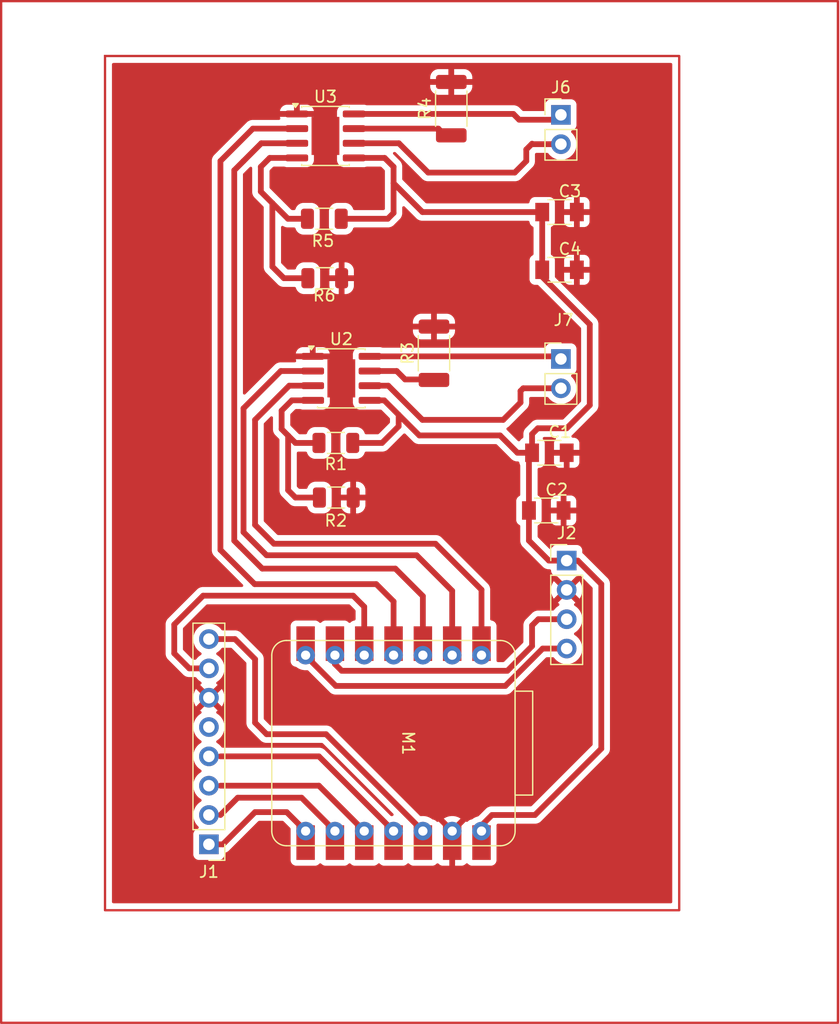
<source format=kicad_pcb>
(kicad_pcb (version 20241229) (generator "pcbnew") (generator_version "9.0")
  (layers (0 "F.Cu" signal) (2 "B.Cu" signal) (13 "F.Paste" user) (15 "B.Paste" user) (5 "F.SilkS" user "F.Silkscreen") (7 "B.SilkS" user "B.Silkscreen") (1 "F.Mask" user) (3 "B.Mask" user) (25 "Edge.Cuts" user))
  (net 0 "")
  (net 1 "PWR_5V")
  (net 2 "GNDD")
  (net 3 "M_A_In1")
  (net 4 "SDA")
  (net 5 "M_B_In1")
  (net 6 "MISO")
  (net 7 "RST")
  (net 8 "PWR_3V3")
  (net 9 "MOSI")
  (net 10 "Net-(U2-VREF)")
  (net 11 "Net-(U2-LSS)")
  (net 12 "Net-(U3-LSS)")
  (net 13 "Net-(U3-VREF)")
  (net 14 "M_A_Out1")
  (net 15 "M_B_Out1")
  (net 16 "SCK")
  (net 17 "IRQ")
  (net 18 "SCL")
  (net 19 "LCD_SDA")
  (net 20 "M_A_In2")
  (net 21 "M_A_Out2")
  (net 22 "M_B_Out2")
  (net 23 "M_B_In2")
  (footprint "Connector_PinHeader_2.54mm:PinHeader_1x04_P2.54mm_Vertical" (layer "F.Cu") (at 154 79.46)
    (property "Reference" "J2" (at 0 -2.38 0) (layer "F.SilkS"))
    (property "Value" "LCD")
    (fp_line (start -1.38 -1.38) (end 0 -1.38) (stroke (width 0.12)) (layer "F.SilkS"))
    (fp_line (start -1.38 0) (end -1.38 -1.38) (stroke (width 0.12)) (layer "F.SilkS"))
    (fp_line (start -1.38 1.27) (end -1.38 9) (stroke (width 0.12)) (layer "F.SilkS"))
    (fp_line (start -1.38 1.27) (end 1.38 1.27) (stroke (width 0.12)) (layer "F.SilkS"))
    (fp_line (start -1.38 9) (end 1.38 9) (stroke (width 0.12)) (layer "F.SilkS"))
    (fp_line (start 1.38 1.27) (end 1.38 9) (stroke (width 0.12)) (layer "F.SilkS"))
    (pad "1" thru_hole rect (at 0 0) (size 1.7 1.7) (drill 1) (layers "*.Cu" "*.Mask") (net 1 "PWR_5V"))
    (pad "2" thru_hole circle (at 0 2.54) (size 1.7 1.7) (drill 1) (layers "*.Cu" "*.Mask") (net 2 "GNDD"))
    (pad "3" thru_hole circle (at 0 5.08) (size 1.7 1.7) (drill 1) (layers "*.Cu" "*.Mask") (net 19 "LCD_SDA"))
    (pad "4" thru_hole circle (at 0 7.62) (size 1.7 1.7) (drill 1) (layers "*.Cu" "*.Mask") (net 18 "SCL"))
  )
  (footprint "Resistor_SMD:R_1206_3216Metric" (layer "F.Cu") (at 133.0375 55)
    (property "Reference" "R6" (at -0.0375 1.5 0) (layer "F.SilkS"))
    (property "Value" "10K")
    (fp_line (start -0.727064 -0.91) (end 0.727064 -0.91) (stroke (width 0.12)) (layer "F.SilkS"))
    (fp_line (start -0.727064 0.91) (end 0.727064 0.91) (stroke (width 0.12)) (layer "F.SilkS"))
    (pad "1" smd roundrect (at -1.4625 0) (size 1.125 1.75) (layers "F.Cu" "F.Mask" "F.Paste") (roundrect_rratio 0.222222) (net 13 "Net-(U3-VREF)"))
    (pad "2" smd roundrect (at 1.4625 0) (size 1.125 1.75) (layers "F.Cu" "F.Mask" "F.Paste") (roundrect_rratio 0.222222) (net 2 "GNDD"))
  )
  (footprint "PCM_fab:C_1206" (layer "F.Cu") (at 153.38 49.27)
    (property "Reference" "C3" (at 0.9 -1.8 0) (layer "F.SilkS"))
    (property "Value" "10u")
    (fp_line (start -1 -1.07) (end 1 -1.07) (stroke (width 0.12)) (layer "F.SilkS"))
    (fp_line (start 1 1.07) (end -1 1.07) (stroke (width 0.12)) (layer "F.SilkS"))
    (pad "1" smd rect (at -1.5 0) (size 1.2 1.6) (layers "F.Cu" "F.Mask" "F.Paste") (net 1 "PWR_5V"))
    (pad "2" smd rect (at 1.5 0) (size 1.2 1.6) (layers "F.Cu" "F.Mask" "F.Paste") (net 2 "GNDD"))
  )
  (footprint "Resistor_SMD:R_1206_3216Metric" (layer "F.Cu") (at 133 49.85 180)
    (property "Reference" "R5" (at 0.12 -1.92 0) (layer "F.SilkS"))
    (property "Value" "100K")
    (fp_line (start -0.727064 0.91) (end 0.727064 0.91) (stroke (width 0.12)) (layer "F.SilkS"))
    (fp_line (start -0.727064 -0.91) (end 0.727064 -0.91) (stroke (width 0.12)) (layer "F.SilkS"))
    (pad "1" smd roundrect (at -1.4625 0 180) (size 1.125 1.75) (layers "F.Cu" "F.Mask" "F.Paste") (roundrect_rratio 0.222222) (net 1 "PWR_5V"))
    (pad "2" smd roundrect (at 1.4625 0 180) (size 1.125 1.75) (layers "F.Cu" "F.Mask" "F.Paste") (roundrect_rratio 0.222222) (net 13 "Net-(U3-VREF)"))
  )
  (footprint "Resistor_SMD:R_1206_3216Metric" (layer "F.Cu") (at 134 69.27 180)
    (property "Reference" "R1" (at 0 -1.83 0) (layer "F.SilkS"))
    (property "Value" "100K")
    (fp_line (start -0.727064 0.91) (end 0.727064 0.91) (stroke (width 0.12)) (layer "F.SilkS"))
    (fp_line (start -0.727064 -0.91) (end 0.727064 -0.91) (stroke (width 0.12)) (layer "F.SilkS"))
    (pad "1" smd roundrect (at -1.4625 0 180) (size 1.125 1.75) (layers "F.Cu" "F.Mask" "F.Paste") (roundrect_rratio 0.222222) (net 1 "PWR_5V"))
    (pad "2" smd roundrect (at 1.4625 0 180) (size 1.125 1.75) (layers "F.Cu" "F.Mask" "F.Paste") (roundrect_rratio 0.222222) (net 10 "Net-(U2-VREF)"))
  )
  (footprint "Connector_PinHeader_2.54mm:PinHeader_1x08_P2.54mm_Vertical" (layer "F.Cu") (at 123 104.04 180)
    (property "Reference" "J1" (at 0 -2.38 0) (layer "F.SilkS"))
    (property "Value" "RC522" (hide yes))
    (fp_line (start 1.38 1.27) (end 1.38 19.16) (stroke (width 0.12)) (layer "F.SilkS"))
    (fp_line (start -1.38 19.16) (end 1.38 19.16) (stroke (width 0.12)) (layer "F.SilkS"))
    (fp_line (start -1.38 1.27) (end 1.38 1.27) (stroke (width 0.12)) (layer "F.SilkS"))
    (fp_line (start -1.38 1.27) (end -1.38 19.16) (stroke (width 0.12)) (layer "F.SilkS"))
    (fp_line (start -1.38 0) (end -1.38 -1.38) (stroke (width 0.12)) (layer "F.SilkS"))
    (fp_line (start -1.38 -1.38) (end 0 -1.38) (stroke (width 0.12)) (layer "F.SilkS"))
    (pad "1" thru_hole rect (at 0 0 180) (size 1.7 1.7) (drill 1) (layers "*.Cu" "*.Mask") (net 4 "SDA"))
    (pad "2" thru_hole circle (at 0 2.54 180) (size 1.7 1.7) (drill 1) (layers "*.Cu" "*.Mask") (net 16 "SCK"))
    (pad "3" thru_hole circle (at 0 5.08 180) (size 1.7 1.7) (drill 1) (layers "*.Cu" "*.Mask") (net 9 "MOSI"))
    (pad "4" thru_hole circle (at 0 7.62 180) (size 1.7 1.7) (drill 1) (layers "*.Cu" "*.Mask") (net 6 "MISO"))
    (pad "5" thru_hole circle (at 0 10.16 180) (size 1.7 1.7) (drill 1) (layers "*.Cu" "*.Mask") (net 17 "IRQ"))
    (pad "6" thru_hole circle (at 0 12.7 180) (size 1.7 1.7) (drill 1) (layers "*.Cu" "*.Mask") (net 2 "GNDD"))
    (pad "7" thru_hole circle (at 0 15.24 180) (size 1.7 1.7) (drill 1) (layers "*.Cu" "*.Mask") (net 7 "RST"))
    (pad "8" thru_hole circle (at 0 17.78 180) (size 1.7 1.7) (drill 1) (layers "*.Cu" "*.Mask") (net 8 "PWR_3V3"))
  )
  (footprint "PCM_fab:C_1206" (layer "F.Cu") (at 153.38 54.27)
    (property "Reference" "C4" (at 0.9 -1.8 0) (layer "F.SilkS"))
    (property "Value" "0.1u")
    (fp_line (start -1 -1.07) (end 1 -1.07) (stroke (width 0.12)) (layer "F.SilkS"))
    (fp_line (start 1 1.07) (end -1 1.07) (stroke (width 0.12)) (layer "F.SilkS"))
    (pad "1" smd rect (at -1.5 0) (size 1.2 1.6) (layers "F.Cu" "F.Mask" "F.Paste") (net 1 "PWR_5V"))
    (pad "2" smd rect (at 1.5 0) (size 1.2 1.6) (layers "F.Cu" "F.Mask" "F.Paste") (net 2 "GNDD"))
  )
  (footprint "Resistor_SMD:R_2010_5025Metric" (layer "F.Cu") (at 144 40.3125 90)
    (property "Reference" "R4" (at 0 -2.28 90) (layer "F.SilkS"))
    (property "Value" "0.25R")
    (fp_line (start -1.527064 -1.36) (end 1.527064 -1.36) (stroke (width 0.12)) (layer "F.SilkS"))
    (fp_line (start -1.527064 1.36) (end 1.527064 1.36) (stroke (width 0.12)) (layer "F.SilkS"))
    (pad "1" smd roundrect (at -2.3125 0 90) (size 1.225 2.65) (layers "F.Cu" "F.Mask" "F.Paste") (roundrect_rratio 0.204082) (net 12 "Net-(U3-LSS)"))
    (pad "2" smd roundrect (at 2.3125 0 90) (size 1.225 2.65) (layers "F.Cu" "F.Mask" "F.Paste") (roundrect_rratio 0.204082) (net 2 "GNDD"))
  )
  (footprint "PCM_fab:SeeedStudio_XIAO_RP2040" (layer "F.Cu") (at 139 95.27 -90)
    (property "Reference" "M1" (at 0 -1.27 270) (layer "F.SilkS"))
    (property "Value" "Module_XIAO-RP2040")
    (fp_line (start 7.6225 10.551) (end -7.6175 10.551) (stroke (width 0.12)) (layer "F.SilkS"))
    (fp_line (start -8.8875 9.281) (end -8.8875 -9.261) (stroke (width 0.12)) (layer "F.SilkS"))
    (fp_line (start 8.8925 -9.261) (end 8.8925 9.281) (stroke (width 0.12)) (layer "F.SilkS"))
    (fp_line (start -7.6175 -10.531) (end 7.6225 -10.531) (stroke (width 0.12)) (layer "F.SilkS"))
    (fp_rect (start -4.4975 -10.531) (end 4.5025 -12.055) (stroke (width 0.12)) (fill no) (layer "F.SilkS"))
    (fp_arc (start -7.6175 10.551) (mid -8.515526 10.179026) (end -8.8875 9.281) (stroke (width 0.12)) (layer "F.SilkS"))
    (fp_arc (start 8.8925 9.281) (mid 8.520526 10.179026) (end 7.6225 10.551) (stroke (width 0.12)) (layer "F.SilkS"))
    (fp_arc (start -8.8875 -9.261) (mid -8.515526 -10.159026) (end -7.6175 -10.531) (stroke (width 0.12)) (layer "F.SilkS"))
    (fp_arc (start 7.6225 -10.531) (mid 8.520526 -10.159026) (end 8.8925 -9.261) (stroke (width 0.12)) (layer "F.SilkS"))
    (pad "1" thru_hole circle (at -7.615 -7.62 270) (size 1.6 1.6) (drill 0.8) (layers "*.Cu" "*.Mask") (net 3 "M_A_In1"))
    (pad "1" smd rect (at -7.615 -7.62 270) (size 3 1.6) (drill (offset -1 0)) (layers "F.Cu" "F.Mask" "F.Paste") (net 3 "M_A_In1"))
    (pad "2" thru_hole circle (at -7.615 -5.08 270) (size 1.6 1.6) (drill 0.8) (layers "*.Cu" "*.Mask") (net 20 "M_A_In2"))
    (pad "2" smd rect (at -7.615 -5.08 270) (size 3 1.6) (drill (offset -1 0)) (layers "F.Cu" "F.Mask" "F.Paste") (net 20 "M_A_In2"))
    (pad "3" thru_hole circle (at -7.615 -2.54 270) (size 1.6 1.6) (drill 0.8) (layers "*.Cu" "*.Mask") (net 5 "M_B_In1"))
    (pad "3" smd rect (at -7.615 -2.54 270) (size 3 1.6) (drill (offset -1 0)) (layers "F.Cu" "F.Mask" "F.Paste") (net 5 "M_B_In1"))
    (pad "4" thru_hole circle (at -7.615 0 270) (size 1.6 1.6) (drill 0.8) (layers "*.Cu" "*.Mask") (net 23 "M_B_In2"))
    (pad "4" smd rect (at -7.615 0 270) (size 3 1.6) (drill (offset -1 0)) (layers "F.Cu" "F.Mask" "F.Paste") (net 23 "M_B_In2"))
    (pad "5" thru_hole circle (at -7.615 2.54 270) (size 1.6 1.6) (drill 0.8) (layers "*.Cu" "*.Mask") (net 7 "RST"))
    (pad "5" smd rect (at -7.615 2.54 270) (size 3 1.6) (drill (offset -1 0)) (layers "F.Cu" "F.Mask" "F.Paste") (net 7 "RST"))
    (pad "6" thru_hole circle (at -7.615 5.08 270) (size 1.6 1.6) (drill 0.8) (layers "*.Cu" "*.Mask") (net 19 "LCD_SDA"))
    (pad "6" smd rect (at -7.615 5.08 270) (size 3 1.6) (drill (offset -1 0)) (layers "F.Cu" "F.Mask" "F.Paste") (net 19 "LCD_SDA"))
    (pad "7" thru_hole circle (at -7.615 7.62 270) (size 1.6 1.6) (drill 0.8) (layers "*.Cu" "*.Mask") (net 18 "SCL"))
    (pad "7" smd rect (at -7.615 7.62 270) (size 3 1.6) (drill (offset -1 0)) (layers "F.Cu" "F.Mask" "F.Paste") (net 18 "SCL"))
    (pad "8" thru_hole circle (at 7.62 7.62 270) (size 1.6 1.6) (drill 0.8) (layers "*.Cu" "*.Mask") (net 4 "SDA"))
    (pad "8" smd rect (at 7.62 7.62 270) (size 3 1.6) (drill (offset 1 0)) (layers "F.Cu" "F.Mask" "F.Paste") (net 4 "SDA"))
    (pad "9" thru_hole circle (at 7.62 5.08 270) (size 1.6 1.6) (drill 0.8) (layers "*.Cu" "*.Mask") (net 16 "SCK"))
    (pad "9" smd rect (at 7.62 5.08 270) (size 3 1.6) (drill (offset 1 0)) (layers "F.Cu" "F.Mask" "F.Paste") (net 16 "SCK"))
    (pad "10" thru_hole circle (at 7.62 2.54 270) (size 1.6 1.6) (drill 0.8) (layers "*.Cu" "*.Mask") (net 9 "MOSI"))
    (pad "10" smd rect (at 7.62 2.54 270) (size 3 1.6) (drill (offset 1 0)) (layers "F.Cu" "F.Mask" "F.Paste") (net 9 "MOSI"))
    (pad "11" thru_hole circle (at 7.62 0 270) (size 1.6 1.6) (drill 0.8) (layers "*.Cu" "*.Mask") (net 6 "MISO"))
    (pad "11" smd rect (at 7.62 0 270) (size 3 1.6) (drill (offset 1 0)) (layers "F.Cu" "F.Mask" "F.Paste") (net 6 "MISO"))
    (pad "12" thru_hole circle (at 7.62 -2.54 270) (size 1.6 1.6) (drill 0.8) (layers "*.Cu" "*.Mask") (net 8 "PWR_3V3"))
    (pad "12" smd rect (at 7.62 -2.54 270) (size 3 1.6) (drill (offset 1 0)) (layers "F.Cu" "F.Mask" "F.Paste") (net 8 "PWR_3V3"))
    (pad "13" thru_hole circle (at 7.62 -5.08 270) (size 1.6 1.6) (drill 0.8) (layers "*.Cu" "*.Mask") (net 2 "GNDD"))
    (pad "13" smd rect (at 7.62 -5.08 270) (size 3 1.6) (drill (offset 1 0)) (layers "F.Cu" "F.Mask" "F.Paste") (net 2 "GNDD"))
    (pad "14" thru_hole circle (at 7.62 -7.62 270) (size 1.6 1.6) (drill 0.8) (layers "*.Cu" "*.Mask") (net 1 "PWR_5V"))
    (pad "14" smd rect (at 7.62 -7.62 270) (size 3 1.6) (drill (offset 1 0)) (layers "F.Cu" "F.Mask" "F.Paste") (net 1 "PWR_5V"))
  )
  (footprint "Package_SO:SOIC-8-1EP_3.9x4.9mm_P1.27mm_EP2.41x3.3mm" (layer "F.Cu") (at 133.1 42.675)
    (property "Reference" "U3" (at 0 -3.4 0) (layer "F.SilkS"))
    (property "Value" "M_B_A4953_LJ")
    (fp_line (start -2.06 -2.56) (end 2.06 -2.56) (stroke (width 0.12)) (layer "F.SilkS"))
    (fp_line (start -2.06 -2.465) (end -2.06 -2.56) (stroke (width 0.12)) (layer "F.SilkS"))
    (fp_line (start -2.06 2.56) (end -2.06 2.465) (stroke (width 0.12)) (layer "F.SilkS"))
    (fp_line (start 2.06 -2.56) (end 2.06 -2.465) (stroke (width 0.12)) (layer "F.SilkS"))
    (fp_line (start 2.06 2.465) (end 2.06 2.56) (stroke (width 0.12)) (layer "F.SilkS"))
    (fp_line (start 2.06 2.56) (end -2.06 2.56) (stroke (width 0.12)) (layer "F.SilkS"))
    (fp_poly (pts (xy -2.6 -2.47) (xy -2.84 -2.8) (xy -2.36 -2.8)) (stroke (width 0.12)) (fill yes) (layer "F.SilkS"))
    (pad "1" smd roundrect (at -2.475 -1.905) (size 1.95 0.6) (layers "F.Cu" "F.Mask" "F.Paste") (net 2 "GNDD"))
    (pad "2" smd roundrect (at -2.475 -0.635) (size 1.95 0.6) (layers "F.Cu" "F.Mask" "F.Paste") (net 23 "M_B_In2"))
    (pad "3" smd roundrect (at -2.475 0.635) (size 1.95 0.6) (layers "F.Cu" "F.Mask" "F.Paste") (net 5 "M_B_In1"))
    (pad "4" smd roundrect (at -2.475 1.905) (size 1.95 0.6) (layers "F.Cu" "F.Mask" "F.Paste") (net 13 "Net-(U3-VREF)"))
    (pad "5" smd roundrect (at 2.475 1.905) (size 1.95 0.6) (layers "F.Cu" "F.Mask" "F.Paste") (net 1 "PWR_5V"))
    (pad "6" smd roundrect (at 2.475 0.635) (size 1.95 0.6) (layers "F.Cu" "F.Mask" "F.Paste") (net 15 "M_B_Out1"))
    (pad "7" smd roundrect (at 2.475 -0.635) (size 1.95 0.6) (layers "F.Cu" "F.Mask" "F.Paste") (net 12 "Net-(U3-LSS)"))
    (pad "8" smd roundrect (at 2.475 -1.905) (size 1.95 0.6) (layers "F.Cu" "F.Mask" "F.Paste") (net 22 "M_B_Out2"))
    (pad "9" smd rect (at 0 0) (size 2.41 3.3) (property pad_prop_heatsink) (layers "F.Cu" "F.Mask") (net 2 "GNDD"))
  )
  (footprint "PCM_fab:C_1206" (layer "F.Cu") (at 152.23 75.12)
    (property "Reference" "C2" (at 0.9 -1.8 0) (layer "F.SilkS"))
    (property "Value" "0.1u")
    (fp_line (start -1 -1.07) (end 1 -1.07) (stroke (width 0.12)) (layer "F.SilkS"))
    (fp_line (start 1 1.07) (end -1 1.07) (stroke (width 0.12)) (layer "F.SilkS"))
    (pad "1" smd rect (at -1.5 0) (size 1.2 1.6) (layers "F.Cu" "F.Mask" "F.Paste") (net 1 "PWR_5V"))
    (pad "2" smd rect (at 1.5 0) (size 1.2 1.6) (layers "F.Cu" "F.Mask" "F.Paste") (net 2 "GNDD"))
  )
  (footprint "Package_SO:SOIC-8-1EP_3.9x4.9mm_P1.27mm_EP2.41x3.3mm" (layer "F.Cu") (at 134.475 63.675)
    (property "Reference" "U2" (at 0 -3.4 0) (layer "F.SilkS"))
    (property "Value" "M_A_A4953_LJ")
    (fp_line (start -2.06 -2.56) (end 2.06 -2.56) (stroke (width 0.12)) (layer "F.SilkS"))
    (fp_line (start -2.06 -2.465) (end -2.06 -2.56) (stroke (width 0.12)) (layer "F.SilkS"))
    (fp_line (start -2.06 2.56) (end -2.06 2.465) (stroke (width 0.12)) (layer "F.SilkS"))
    (fp_line (start 2.06 -2.56) (end 2.06 -2.465) (stroke (width 0.12)) (layer "F.SilkS"))
    (fp_line (start 2.06 2.465) (end 2.06 2.56) (stroke (width 0.12)) (layer "F.SilkS"))
    (fp_line (start 2.06 2.56) (end -2.06 2.56) (stroke (width 0.12)) (layer "F.SilkS"))
    (fp_poly (pts (xy -2.6 -2.47) (xy -2.84 -2.8) (xy -2.36 -2.8)) (stroke (width 0.12)) (fill yes) (layer "F.SilkS"))
    (pad "1" smd roundrect (at -2.475 -1.905) (size 1.95 0.6) (layers "F.Cu" "F.Mask" "F.Paste") (net 2 "GNDD"))
    (pad "2" smd roundrect (at -2.475 -0.635) (size 1.95 0.6) (layers "F.Cu" "F.Mask" "F.Paste") (net 20 "M_A_In2"))
    (pad "3" smd roundrect (at -2.475 0.635) (size 1.95 0.6) (layers "F.Cu" "F.Mask" "F.Paste") (net 3 "M_A_In1"))
    (pad "4" smd roundrect (at -2.475 1.905) (size 1.95 0.6) (layers "F.Cu" "F.Mask" "F.Paste") (net 10 "Net-(U2-VREF)"))
    (pad "5" smd roundrect (at 2.475 1.905) (size 1.95 0.6) (layers "F.Cu" "F.Mask" "F.Paste") (net 1 "PWR_5V"))
    (pad "6" smd roundrect (at 2.475 0.635) (size 1.95 0.6) (layers "F.Cu" "F.Mask" "F.Paste") (net 14 "M_A_Out1"))
    (pad "7" smd roundrect (at 2.475 -0.635) (size 1.95 0.6) (layers "F.Cu" "F.Mask" "F.Paste") (net 11 "Net-(U2-LSS)"))
    (pad "8" smd roundrect (at 2.475 -1.905) (size 1.95 0.6) (layers "F.Cu" "F.Mask" "F.Paste") (net 21 "M_A_Out2"))
    (pad "9" smd rect (at 0 0) (size 2.41 3.3) (property pad_prop_heatsink) (layers "F.Cu" "F.Mask") (net 2 "GNDD"))
  )
  (footprint "Resistor_SMD:R_1206_3216Metric" (layer "F.Cu") (at 134.0375 74)
    (property "Reference" "R2" (at -0.0375 2 0) (layer "F.SilkS"))
    (property "Value" "10K")
    (fp_line (start -0.727064 -0.91) (end 0.727064 -0.91) (stroke (width 0.12)) (layer "F.SilkS"))
    (fp_line (start -0.727064 0.91) (end 0.727064 0.91) (stroke (width 0.12)) (layer "F.SilkS"))
    (pad "1" smd roundrect (at -1.4625 0) (size 1.125 1.75) (layers "F.Cu" "F.Mask" "F.Paste") (roundrect_rratio 0.222222) (net 10 "Net-(U2-VREF)"))
    (pad "2" smd roundrect (at 1.4625 0) (size 1.125 1.75) (layers "F.Cu" "F.Mask" "F.Paste") (roundrect_rratio 0.222222) (net 2 "GNDD"))
  )
  (footprint "Connector_PinHeader_2.54mm:PinHeader_1x02_P2.54mm_Vertical" (layer "F.Cu") (at 153.5 40.85)
    (property "Reference" "J6" (at 0 -2.38 0) (layer "F.SilkS"))
    (property "Value" "Motor_B")
    (fp_line (start -1.38 -1.38) (end 0 -1.38) (stroke (width 0.12)) (layer "F.SilkS"))
    (fp_line (start -1.38 0) (end -1.38 -1.38) (stroke (width 0.12)) (layer "F.SilkS"))
    (fp_line (start -1.38 1.27) (end -1.38 3.92) (stroke (width 0.12)) (layer "F.SilkS"))
    (fp_line (start -1.38 1.27) (end 1.38 1.27) (stroke (width 0.12)) (layer "F.SilkS"))
    (fp_line (start -1.38 3.92) (end 1.38 3.92) (stroke (width 0.12)) (layer "F.SilkS"))
    (fp_line (start 1.38 1.27) (end 1.38 3.92) (stroke (width 0.12)) (layer "F.SilkS"))
    (pad "1" thru_hole rect (at 0 0) (size 1.7 1.7) (drill 1) (layers "*.Cu" "*.Mask") (net 22 "M_B_Out2"))
    (pad "2" thru_hole circle (at 0 2.54) (size 1.7 1.7) (drill 1) (layers "*.Cu" "*.Mask") (net 15 "M_B_Out1"))
  )
  (footprint "PCM_fab:C_1206" (layer "F.Cu") (at 152.5 70.12)
    (property "Reference" "C1" (at 0.9 -1.8 0) (layer "F.SilkS"))
    (property "Value" "10u")
    (fp_line (start -1 -1.07) (end 1 -1.07) (stroke (width 0.12)) (layer "F.SilkS"))
    (fp_line (start 1 1.07) (end -1 1.07) (stroke (width 0.12)) (layer "F.SilkS"))
    (pad "1" smd rect (at -1.5 0) (size 1.2 1.6) (layers "F.Cu" "F.Mask" "F.Paste") (net 1 "PWR_5V"))
    (pad "2" smd rect (at 1.5 0) (size 1.2 1.6) (layers "F.Cu" "F.Mask" "F.Paste") (net 2 "GNDD"))
  )
  (footprint "Connector_PinHeader_2.54mm:PinHeader_1x02_P2.54mm_Vertical" (layer "F.Cu") (at 153.5 61.995)
    (property "Reference" "J7" (at 0.23 -3.375 0) (layer "F.SilkS"))
    (property "Value" "Motor_A")
    (fp_line (start -1.38 -1.38) (end 0 -1.38) (stroke (width 0.12)) (layer "F.SilkS"))
    (fp_line (start -1.38 0) (end -1.38 -1.38) (stroke (width 0.12)) (layer "F.SilkS"))
    (fp_line (start -1.38 1.27) (end -1.38 3.92) (stroke (width 0.12)) (layer "F.SilkS"))
    (fp_line (start -1.38 1.27) (end 1.38 1.27) (stroke (width 0.12)) (layer "F.SilkS"))
    (fp_line (start -1.38 3.92) (end 1.38 3.92) (stroke (width 0.12)) (layer "F.SilkS"))
    (fp_line (start 1.38 1.27) (end 1.38 3.92) (stroke (width 0.12)) (layer "F.SilkS"))
    (pad "1" thru_hole rect (at 0 0) (size 1.7 1.7) (drill 1) (layers "*.Cu" "*.Mask") (net 21 "M_A_Out2"))
    (pad "2" thru_hole circle (at 0 2.54) (size 1.7 1.7) (drill 1) (layers "*.Cu" "*.Mask") (net 14 "M_A_Out1"))
  )
  (footprint "Resistor_SMD:R_2010_5025Metric" (layer "F.Cu") (at 142.5 61.5 90)
    (property "Reference" "R3" (at 0 -2.28 90) (layer "F.SilkS"))
    (property "Value" "0.25R")
    (fp_line (start -1.527064 -1.36) (end 1.527064 -1.36) (stroke (width 0.12)) (layer "F.SilkS"))
    (fp_line (start -1.527064 1.36) (end 1.527064 1.36) (stroke (width 0.12)) (layer "F.SilkS"))
    (pad "1" smd roundrect (at -2.3125 0 90) (size 1.225 2.65) (layers "F.Cu" "F.Mask" "F.Paste") (roundrect_rratio 0.204082) (net 11 "Net-(U2-LSS)"))
    (pad "2" smd roundrect (at 2.3125 0 90) (size 1.225 2.65) (layers "F.Cu" "F.Mask" "F.Paste") (roundrect_rratio 0.204082) (net 2 "GNDD"))
  )
  (gr_rect (start 114 35.75) (end 163.75 109.75) (stroke (width 0.2)) (fill no) (layer "F.Cu"))
  (gr_rect (start 105 31) (end 177.5 119.5) (stroke (width 0.2)) (fill no) (layer "F.Cu"))
  (segment (start 152.46 79.46) (end 154 79.46) (width 0.5) (layer "F.Cu") (net 1))
  (segment (start 156 59) (end 151.88 54.88) (width 0.5) (layer "F.Cu") (net 1))
  (segment (start 135.575 44.58) (end 138.23 44.58) (width 0.5) (layer "F.Cu") (net 1))
  (segment (start 136.95 65.58) (end 138.19 65.58) (width 0.5) (layer "F.Cu") (net 1))
  (segment (start 141.23 68.62) (end 148.23 68.62) (width 0.5) (layer "F.Cu") (net 1))
  (segment (start 150.73 70.77) (end 150.73 75.12) (width 0.5) (layer "F.Cu") (net 1))
  (segment (start 151.88 49.27) (end 151.88 54.27) (width 0.5) (layer "F.Cu") (net 1))
  (segment (start 139 46.77) (end 139 49.35) (width 0.5) (layer "F.Cu") (net 1))
  (segment (start 141.5 49.27) (end 151.88 49.27) (width 0.5) (layer "F.Cu") (net 1))
  (segment (start 154.96 79.46) (end 154 79.46) (width 0.5) (layer "F.Cu") (net 1))
  (segment (start 151.5 68) (end 154 68) (width 0.5) (layer "F.Cu") (net 1))
  (segment (start 147.524968 101.5) (end 151.25 101.5) (width 0.5) (layer "F.Cu") (net 1))
  (segment (start 151 70.5) (end 150.73 70.77) (width 0.5) (layer "F.Cu") (net 1))
  (segment (start 148.23 68.62) (end 149.73 70.12) (width 0.5) (layer "F.Cu") (net 1))
  (segment (start 154 68) (end 156 66) (width 0.5) (layer "F.Cu") (net 1))
  (segment (start 157 81.5) (end 154.96 79.46) (width 0.5) (layer "F.Cu") (net 1))
  (segment (start 151 70.12) (end 151 68.5) (width 0.5) (layer "F.Cu") (net 1))
  (segment (start 139 46.77) (end 141.5 49.27) (width 0.5) (layer "F.Cu") (net 1))
  (segment (start 149.73 70.12) (end 151 70.12) (width 0.5) (layer "F.Cu") (net 1))
  (segment (start 146.62 102.404968) (end 147.524968 101.5) (width 0.5) (layer "F.Cu") (net 1))
  (segment (start 139 49.35) (end 138.5 49.85) (width 0.5) (layer "F.Cu") (net 1))
  (segment (start 139 45.35) (end 139 46.77) (width 0.5) (layer "F.Cu") (net 1))
  (segment (start 138.23 44.58) (end 139 45.35) (width 0.5) (layer "F.Cu") (net 1))
  (segment (start 151 68.5) (end 151.5 68) (width 0.5) (layer "F.Cu") (net 1))
  (segment (start 138.5 49.85) (end 134.4625 49.85) (width 0.5) (layer "F.Cu") (net 1))
  (segment (start 138.19 65.58) (end 139.44 66.83) (width 0.5) (layer "F.Cu") (net 1))
  (segment (start 150.73 77.73) (end 152.46 79.46) (width 0.5) (layer "F.Cu") (net 1))
  (segment (start 151.25 101.5) (end 157 95.75) (width 0.5) (layer "F.Cu") (net 1))
  (segment (start 151.88 54.88) (end 151.88 54.27) (width 0.5) (layer "F.Cu") (net 1))
  (segment (start 156 66) (end 156 59) (width 0.5) (layer "F.Cu") (net 1))
  (segment (start 151 70.12) (end 151 70.5) (width 0.5) (layer "F.Cu") (net 1))
  (segment (start 139.44 66.83) (end 139.44 67.83) (width 0.5) (layer "F.Cu") (net 1))
  (segment (start 150.73 75.12) (end 150.73 77.73) (width 0.5) (layer "F.Cu") (net 1))
  (segment (start 138 69.27) (end 135.4625 69.27) (width 0.5) (layer "F.Cu") (net 1))
  (segment (start 157 95.75) (end 157 81.5) (width 0.5) (layer "F.Cu") (net 1))
  (segment (start 146.62 102.89) (end 146.62 102.404968) (width 0.5) (layer "F.Cu") (net 1))
  (segment (start 139.44 66.83) (end 141.23 68.62) (width 0.5) (layer "F.Cu") (net 1))
  (segment (start 139.44 67.83) (end 138 69.27) (width 0.5) (layer "F.Cu") (net 1))
  (segment (start 127 76.367214) (end 128.632786 78) (width 0.5) (layer "F.Cu") (net 3))
  (segment (start 142.632785 78) (end 146.62 81.987214) (width 0.5) (layer "F.Cu") (net 3))
  (segment (start 128.632786 78) (end 142.632785 78) (width 0.5) (layer "F.Cu") (net 3))
  (segment (start 129.96 64.31) (end 127 67.27) (width 0.5) (layer "F.Cu") (net 3))
  (segment (start 132 64.31) (end 129.96 64.31) (width 0.5) (layer "F.Cu") (net 3))
  (segment (start 146.62 81.987214) (end 146.62 87.655) (width 0.5) (layer "F.Cu") (net 3))
  (segment (start 127 67.27) (end 127 76.367214) (width 0.5) (layer "F.Cu") (net 3))
  (segment (start 124.21 104.04) (end 127 101.25) (width 0.5) (layer "F.Cu") (net 4))
  (segment (start 123 104.04) (end 124.21 104.04) (width 0.5) (layer "F.Cu") (net 4))
  (segment (start 129.74 101.25) (end 131.38 102.89) (width 0.5) (layer "F.Cu") (net 4))
  (segment (start 127 101.25) (end 129.74 101.25) (width 0.5) (layer "F.Cu") (net 4))
  (segment (start 139.155 80.155) (end 141.54 82.54) (width 0.5) (layer "F.Cu") (net 5))
  (segment (start 127.62 80.155) (end 139.155 80.155) (width 0.5) (layer "F.Cu") (net 5))
  (segment (start 130.625 43.31) (end 127.54 43.31) (width 0.5) (layer "F.Cu") (net 5))
  (segment (start 125.199 45.651) (end 125.199 77.734) (width 0.5) (layer "F.Cu") (net 5))
  (segment (start 127.54 43.31) (end 126 44.85) (width 0.5) (layer "F.Cu") (net 5))
  (segment (start 125.199 77.734) (end 127.62 80.155) (width 0.5) (layer "F.Cu") (net 5))
  (segment (start 141.54 82.54) (end 141.54 87.655) (width 0.5) (layer "F.Cu") (net 5))
  (segment (start 125.199 77.734) (end 125.7325 78.2675) (width 0.5) (layer "F.Cu") (net 5))
  (segment (start 126 44.85) (end 125.199 45.651) (width 0.5) (layer "F.Cu") (net 5))
  (segment (start 139 102.89) (end 132.53 96.42) (width 0.5) (layer "F.Cu") (net 6))
  (segment (start 132.53 96.42) (end 124 96.42) (width 0.5) (layer "F.Cu") (net 6))
  (segment (start 135.5 82.5) (end 122.5 82.5) (width 0.5) (layer "F.Cu") (net 7))
  (segment (start 120 85) (end 120 87.5) (width 0.5) (layer "F.Cu") (net 7))
  (segment (start 136.46 87.655) (end 136.46 83.46) (width 0.5) (layer "F.Cu") (net 7))
  (segment (start 121.3 88.8) (end 123 88.8) (width 0.5) (layer "F.Cu") (net 7))
  (segment (start 120 87.5) (end 121.3 88.8) (width 0.5) (layer "F.Cu") (net 7))
  (segment (start 136.46 83.46) (end 135.5 82.5) (width 0.5) (layer "F.Cu") (net 7))
  (segment (start 122.5 82.5) (end 120 85) (width 0.5) (layer "F.Cu") (net 7))
  (segment (start 141.54 102.89) (end 133.15 94.5) (width 0.5) (layer "F.Cu") (net 8))
  (segment (start 133.15 94.5) (end 128 94.5) (width 0.5) (layer "F.Cu") (net 8))
  (segment (start 127 88) (end 125.26 86.26) (width 0.5) (layer "F.Cu") (net 8))
  (segment (start 127 93.5) (end 127 88) (width 0.5) (layer "F.Cu") (net 8))
  (segment (start 128 94.5) (end 127 93.5) (width 0.5) (layer "F.Cu") (net 8))
  (segment (start 125.26 86.26) (end 123 86.26) (width 0.5) (layer "F.Cu") (net 8))
  (segment (start 132.53 98.96) (end 124 98.96) (width 0.5) (layer "F.Cu") (net 9))
  (segment (start 136.46 102.89) (end 132.53 98.96) (width 0.5) (layer "F.Cu") (net 9))
  (segment (start 129.865 68.635) (end 129.865 73.365) (width 0.5) (layer "F.Cu") (net 10))
  (segment (start 130.19 65.58) (end 129.301 66.469) (width 0.5) (layer "F.Cu") (net 10))
  (segment (start 130.5 69.27) (end 132.5375 69.27) (width 0.5) (layer "F.Cu") (net 10))
  (segment (start 132 65.58) (end 130.19 65.58) (width 0.5) (layer "F.Cu") (net 10))
  (segment (start 130.5 74) (end 132.575 74) (width 0.5) (layer "F.Cu") (net 10))
  (segment (start 129.301 66.469) (end 129.301 68.071) (width 0.5) (layer "F.Cu") (net 10))
  (segment (start 129.865 68.635) (end 130.5 69.27) (width 0.5) (layer "F.Cu") (net 10))
  (segment (start 129.865 73.365) (end 130.5 74) (width 0.5) (layer "F.Cu") (net 10))
  (segment (start 129.301 68.071) (end 129.865 68.635) (width 0.5) (layer "F.Cu") (net 10))
  (segment (start 139.27 63.04) (end 140 63.77) (width 0.5) (layer "F.Cu") (net 11))
  (segment (start 136.95 63.04) (end 139.27 63.04) (width 0.5) (layer "F.Cu") (net 11))
  (segment (start 140 63.77) (end 141.6875 63.77) (width 0.5) (layer "F.Cu") (net 11))
  (segment (start 142.8775 42.04) (end 143.6875 42.85) (width 0.5) (layer "F.Cu") (net 12))
  (segment (start 135.575 42.04) (end 142.8775 42.04) (width 0.5) (layer "F.Cu") (net 12))
  (segment (start 127.5 47.5) (end 128.5 48.5) (width 0.5) (layer "F.Cu") (net 13))
  (segment (start 128.27 44.58) (end 127.5 45.35) (width 0.5) (layer "F.Cu") (net 13))
  (segment (start 129.85 49.85) (end 131.5375 49.85) (width 0.5) (layer "F.Cu") (net 13))
  (segment (start 128.5 48.5) (end 128.5 54) (width 0.5) (layer "F.Cu") (net 13))
  (segment (start 129.5 55) (end 131.575 55) (width 0.5) (layer "F.Cu") (net 13))
  (segment (start 128.5 54) (end 129.5 55) (width 0.5) (layer "F.Cu") (net 13))
  (segment (start 127.5 45.35) (end 127.5 47.5) (width 0.5) (layer "F.Cu") (net 13))
  (segment (start 130.625 44.58) (end 128.27 44.58) (width 0.5) (layer "F.Cu") (net 13))
  (segment (start 128.5 48.5) (end 129.85 49.85) (width 0.5) (layer "F.Cu") (net 13))
  (segment (start 150 65.77) (end 150 64.77) (width 0.5) (layer "F.Cu") (net 14))
  (segment (start 141.5 67.27) (end 148.5 67.27) (width 0.5) (layer "F.Cu") (net 14))
  (segment (start 148.5 67.27) (end 150 65.77) (width 0.5) (layer "F.Cu") (net 14))
  (segment (start 138.54 64.31) (end 141.5 67.27) (width 0.5) (layer "F.Cu") (net 14))
  (segment (start 136.95 64.31) (end 138.54 64.31) (width 0.5) (layer "F.Cu") (net 14))
  (segment (start 150 64.77) (end 150.235 64.535) (width 0.5) (layer "F.Cu") (net 14))
  (segment (start 150.235 64.535) (end 153.5 64.535) (width 0.5) (layer "F.Cu") (net 14))
  (segment (start 142 45.85) (end 149.5 45.85) (width 0.5) (layer "F.Cu") (net 15))
  (segment (start 150.5 44.85) (end 150.5 43.85) (width 0.5) (layer "F.Cu") (net 15))
  (segment (start 151.04 43.39) (end 153.5 43.39) (width 0.5) (layer "F.Cu") (net 15))
  (segment (start 135.575 43.31) (end 139.46 43.31) (width 0.5) (layer "F.Cu") (net 15))
  (segment (start 139.46 43.31) (end 142 45.85) (width 0.5) (layer "F.Cu") (net 15))
  (segment (start 150.5 43.85) (end 151 43.35) (width 0.5) (layer "F.Cu") (net 15))
  (segment (start 151 43.35) (end 151.04 43.39) (width 0.5) (layer "F.Cu") (net 15))
  (segment (start 149.5 45.85) (end 150.5 44.85) (width 0.5) (layer "F.Cu") (net 15))
  (segment (start 131.03 100) (end 125.5 100) (width 0.5) (layer "F.Cu") (net 16))
  (segment (start 125.5 100) (end 124 101.5) (width 0.5) (layer "F.Cu") (net 16))
  (segment (start 133.92 102.89) (end 131.03 100) (width 0.5) (layer "F.Cu") (net 16))
  (segment (start 134 90.319) (end 148.681 90.319) (width 0.5) (layer "F.Cu") (net 18))
  (segment (start 148.681 90.319) (end 151.92 87.08) (width 0.5) (layer "F.Cu") (net 18))
  (segment (start 131.38 87.699) (end 134 90.319) (width 0.5) (layer "F.Cu") (net 18))
  (segment (start 131.38 87.655) (end 131.38 87.699) (width 0.5) (layer "F.Cu") (net 18))
  (segment (start 151.92 87.08) (end 154 87.08) (width 0.5) (layer "F.Cu") (net 18))
  (segment (start 154 84.54) (end 151.54 84.54) (width 0.5) (layer "F.Cu") (net 19))
  (segment (start 133.92 88.42) (end 133.92 87.655) (width 0.5) (layer "F.Cu") (net 19))
  (segment (start 151 85.08) (end 151 86.867214) (width 0.5) (layer "F.Cu") (net 19))
  (segment (start 151.54 84.54) (end 151 85.08) (width 0.5) (layer "F.Cu") (net 19))
  (segment (start 151 86.867214) (end 148.861214 89.006) (width 0.5) (layer "F.Cu") (net 19))
  (segment (start 134.506 89.006) (end 133.92 88.42) (width 0.5) (layer "F.Cu") (net 19))
  (segment (start 148.861214 89.006) (end 134.506 89.006) (width 0.5) (layer "F.Cu") (net 19))
  (segment (start 144.08 82.08) (end 144.08 87.655) (width 0.5) (layer "F.Cu") (net 20))
  (segment (start 128 79) (end 141 79) (width 0.5) (layer "F.Cu") (net 20))
  (segment (start 129.23 63.04) (end 126 66.27) (width 0.5) (layer "F.Cu") (net 20))
  (segment (start 132 63.04) (end 129.23 63.04) (width 0.5) (layer "F.Cu") (net 20))
  (segment (start 141 79) (end 144.08 82.08) (width 0.5) (layer "F.Cu") (net 20))
  (segment (start 126 66.27) (end 126 77) (width 0.5) (layer "F.Cu") (net 20))
  (segment (start 126 77) (end 128 79) (width 0.5) (layer "F.Cu") (net 20))
  (segment (start 153.275 61.77) (end 153.5 61.995) (width 0.5) (layer "F.Cu") (net 21))
  (segment (start 136.95 61.77) (end 153.275 61.77) (width 0.5) (layer "F.Cu") (net 21))
  (segment (start 149.88 41.27) (end 153.08 41.27) (width 0.5) (layer "F.Cu") (net 22))
  (segment (start 149.38 40.77) (end 149.88 41.27) (width 0.5) (layer "F.Cu") (net 22))
  (segment (start 135.575 40.77) (end 149.38 40.77) (width 0.5) (layer "F.Cu") (net 22))
  (segment (start 153.08 41.27) (end 153.5 40.85) (width 0.5) (layer "F.Cu") (net 22))
  (segment (start 137.5 81.5) (end 139 83) (width 0.5) (layer "F.Cu") (net 23))
  (segment (start 130.625 42.04) (end 126.81 42.04) (width 0.5) (layer "F.Cu") (net 23))
  (segment (start 139 83) (end 139 87.655) (width 0.5) (layer "F.Cu") (net 23))
  (segment (start 124 78.535) (end 126.965 81.5) (width 0.5) (layer "F.Cu") (net 23))
  (segment (start 126.965 81.5) (end 137.5 81.5) (width 0.5) (layer "F.Cu") (net 23))
  (segment (start 126.81 42.04) (end 124 44.85) (width 0.5) (layer "F.Cu") (net 23))
  (segment (start 124 44.85) (end 124 78.535) (width 0.5) (layer "F.Cu") (net 23))
  (zone (net 2) (net_name "GNDD") (layer "F.Cu") (connect_pads (clearance 0.5)) (min_thickness 0.25) (fill yes (thermal_gap 0.5) (thermal_bridge_width 0.5))
    (polygon (pts (xy 114 35.75) (xy 163.75 35.75) (xy 163.75 109.75) (xy 114 109.75)))
  )
)
</source>
